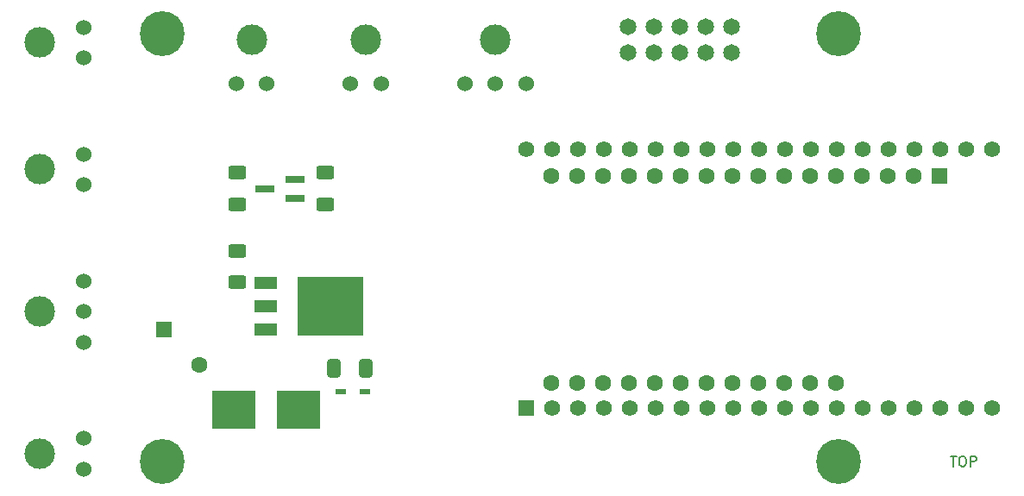
<source format=gbr>
%TF.GenerationSoftware,KiCad,Pcbnew,(6.0.5)*%
%TF.CreationDate,2022-09-13T16:11:19+02:00*%
%TF.ProjectId,Pixelix,50697865-6c69-4782-9e6b-696361645f70,V2.0*%
%TF.SameCoordinates,PX6052340PY72894a0*%
%TF.FileFunction,Soldermask,Top*%
%TF.FilePolarity,Negative*%
%FSLAX46Y46*%
G04 Gerber Fmt 4.6, Leading zero omitted, Abs format (unit mm)*
G04 Created by KiCad (PCBNEW (6.0.5)) date 2022-09-13 16:11:19*
%MOMM*%
%LPD*%
G01*
G04 APERTURE LIST*
G04 Aperture macros list*
%AMRoundRect*
0 Rectangle with rounded corners*
0 $1 Rounding radius*
0 $2 $3 $4 $5 $6 $7 $8 $9 X,Y pos of 4 corners*
0 Add a 4 corners polygon primitive as box body*
4,1,4,$2,$3,$4,$5,$6,$7,$8,$9,$2,$3,0*
0 Add four circle primitives for the rounded corners*
1,1,$1+$1,$2,$3*
1,1,$1+$1,$4,$5*
1,1,$1+$1,$6,$7*
1,1,$1+$1,$8,$9*
0 Add four rect primitives between the rounded corners*
20,1,$1+$1,$2,$3,$4,$5,0*
20,1,$1+$1,$4,$5,$6,$7,0*
20,1,$1+$1,$6,$7,$8,$9,0*
20,1,$1+$1,$8,$9,$2,$3,0*%
G04 Aperture macros list end*
%ADD10C,0.150000*%
%ADD11R,4.240000X3.810000*%
%ADD12C,3.000000*%
%ADD13C,1.530000*%
%ADD14R,1.600000X1.600000*%
%ADD15C,1.600000*%
%ADD16RoundRect,0.250000X0.625000X-0.400000X0.625000X0.400000X-0.625000X0.400000X-0.625000X-0.400000X0*%
%ADD17C,0.700000*%
%ADD18C,4.400000*%
%ADD19RoundRect,0.250000X-0.412500X-0.650000X0.412500X-0.650000X0.412500X0.650000X-0.412500X0.650000X0*%
%ADD20C,1.650000*%
%ADD21R,2.200000X1.200000*%
%ADD22R,6.400000X5.800000*%
%ADD23R,1.900000X0.800000*%
%ADD24R,1.560000X1.560000*%
%ADD25C,1.560000*%
%ADD26R,1.060000X0.500000*%
G04 APERTURE END LIST*
D10*
X93990476Y4547620D02*
X94561904Y4547620D01*
X94276190Y3547620D02*
X94276190Y4547620D01*
X95085714Y4547620D02*
X95276190Y4547620D01*
X95371428Y4500000D01*
X95466666Y4404762D01*
X95514285Y4214286D01*
X95514285Y3880953D01*
X95466666Y3690477D01*
X95371428Y3595239D01*
X95276190Y3547620D01*
X95085714Y3547620D01*
X94990476Y3595239D01*
X94895238Y3690477D01*
X94847619Y3880953D01*
X94847619Y4214286D01*
X94895238Y4404762D01*
X94990476Y4500000D01*
X95085714Y4547620D01*
X95942857Y3547620D02*
X95942857Y4547620D01*
X96323809Y4547620D01*
X96419047Y4500000D01*
X96466666Y4452381D01*
X96514285Y4357143D01*
X96514285Y4214286D01*
X96466666Y4119048D01*
X96419047Y4071429D01*
X96323809Y4023810D01*
X95942857Y4023810D01*
D11*
%TO.C,F1*%
X29990000Y9100000D03*
X23610000Y9100000D03*
%TD*%
D12*
%TO.C,J7*%
X49330000Y45400000D03*
D13*
X46330000Y41080000D03*
X49330000Y41080000D03*
X52330000Y41080000D03*
%TD*%
D12*
%TO.C,J1*%
X36615000Y45400000D03*
D13*
X35115000Y41080000D03*
X38115000Y41080000D03*
%TD*%
D12*
%TO.C,J8*%
X25400000Y45400000D03*
D13*
X23900000Y41080000D03*
X26900000Y41080000D03*
%TD*%
D14*
%TO.C,C2*%
X16800000Y16987500D03*
D15*
X20300000Y13487500D03*
%TD*%
D16*
%TO.C,R1*%
X32600000Y29250000D03*
X32600000Y32350000D03*
%TD*%
D17*
%TO.C,H1*%
X14950000Y4000000D03*
X18250000Y4000000D03*
X15433274Y2833274D03*
X17766726Y5166726D03*
D18*
X16600000Y4000000D03*
D17*
X15433274Y5166726D03*
X17766726Y2833274D03*
X16600000Y2350000D03*
X16600000Y5650000D03*
%TD*%
D19*
%TO.C,C1*%
X33447500Y13200000D03*
X36572500Y13200000D03*
%TD*%
D17*
%TO.C,H4*%
X83000000Y47650000D03*
X81833274Y47166726D03*
X84650000Y46000000D03*
X83000000Y44350000D03*
X81833274Y44833274D03*
D18*
X83000000Y46000000D03*
D17*
X84166726Y44833274D03*
X84166726Y47166726D03*
X81350000Y46000000D03*
%TD*%
D15*
%TO.C,A1*%
X82740000Y11732500D03*
X80200000Y11732500D03*
X77660000Y11732500D03*
X75120000Y11732500D03*
X72580000Y11732500D03*
X70040000Y11732500D03*
X67500000Y11732500D03*
X64960000Y11732500D03*
X62420000Y11732500D03*
X59880000Y11732500D03*
X57340000Y11732500D03*
X54800000Y11732500D03*
X54800000Y32052500D03*
X57340000Y32052500D03*
X59880000Y32052500D03*
X62420000Y32052500D03*
X64960000Y32052500D03*
X67500000Y32052500D03*
X70040000Y32052500D03*
X72580000Y32052500D03*
X75120000Y32052500D03*
X77660000Y32052500D03*
X80200000Y32052500D03*
X82740000Y32052500D03*
X85280000Y32052500D03*
X87820000Y32052500D03*
X90360000Y32052500D03*
D14*
X92900000Y32052500D03*
%TD*%
D17*
%TO.C,H3*%
X16600000Y47650000D03*
X15433274Y44833274D03*
X14950000Y46000000D03*
D18*
X16600000Y46000000D03*
D17*
X17766726Y47166726D03*
X18250000Y46000000D03*
X17766726Y44833274D03*
X16600000Y44350000D03*
X15433274Y47166726D03*
%TD*%
D20*
%TO.C,J5*%
X72480000Y46720000D03*
X72480000Y44180000D03*
X69940000Y46720000D03*
X69940000Y44180000D03*
X67400000Y46720000D03*
X67400000Y44180000D03*
X64860000Y46720000D03*
X64860000Y44180000D03*
X62320000Y46720000D03*
X62320000Y44180000D03*
%TD*%
D12*
%TO.C,J2*%
X4600000Y4800000D03*
D13*
X8920000Y3300000D03*
X8920000Y6300000D03*
%TD*%
D21*
%TO.C,Q2*%
X26800000Y21580000D03*
X26800000Y19300000D03*
D22*
X33100000Y19300000D03*
D21*
X26800000Y17020000D03*
%TD*%
D12*
%TO.C,J4*%
X4600000Y32700000D03*
D13*
X8920000Y31200000D03*
X8920000Y34200000D03*
%TD*%
D17*
%TO.C,H2*%
X81350000Y4000000D03*
X81833274Y2833274D03*
X83000000Y2350000D03*
X83000000Y5650000D03*
X81833274Y5166726D03*
D18*
X83000000Y4000000D03*
D17*
X84650000Y4000000D03*
X84166726Y2833274D03*
X84166726Y5166726D03*
%TD*%
D16*
%TO.C,R3*%
X24000000Y29250000D03*
X24000000Y32350000D03*
%TD*%
D12*
%TO.C,J3*%
X4600000Y18750000D03*
D13*
X8920000Y15750000D03*
X8920000Y18750000D03*
X8920000Y21750000D03*
%TD*%
D23*
%TO.C,Q1*%
X29700000Y29850000D03*
X29700000Y31750000D03*
X26700000Y30800000D03*
%TD*%
D24*
%TO.C,U1*%
X52340000Y9300000D03*
D25*
X54880000Y9300000D03*
X57420000Y9300000D03*
X59960000Y9300000D03*
X62500000Y9300000D03*
X65040000Y9300000D03*
X67580000Y9300000D03*
X70120000Y9300000D03*
X72660000Y9300000D03*
X75200000Y9300000D03*
X77740000Y9300000D03*
X80280000Y9300000D03*
X82820000Y9300000D03*
X85360000Y9300000D03*
X87900000Y9300000D03*
X90440000Y9300000D03*
X92980000Y9300000D03*
X95520000Y9300000D03*
X98060000Y9300000D03*
X52340000Y34700000D03*
X54880000Y34700000D03*
X57420000Y34700000D03*
X59960000Y34700000D03*
X62500000Y34700000D03*
X65040000Y34700000D03*
X67580000Y34700000D03*
X70120000Y34700000D03*
X72660000Y34700000D03*
X75200000Y34700000D03*
X77740000Y34700000D03*
X80280000Y34700000D03*
X82820000Y34700000D03*
X85360000Y34700000D03*
X87900000Y34700000D03*
X90440000Y34700000D03*
X92980000Y34700000D03*
X95520000Y34700000D03*
X98060000Y34700000D03*
%TD*%
D16*
%TO.C,R4*%
X24000000Y21600000D03*
X24000000Y24700000D03*
%TD*%
D12*
%TO.C,J6*%
X4600000Y45150000D03*
D13*
X8920000Y43650000D03*
X8920000Y46650000D03*
%TD*%
D26*
%TO.C,D1*%
X34120000Y10900000D03*
X36480000Y10900000D03*
%TD*%
M02*

</source>
